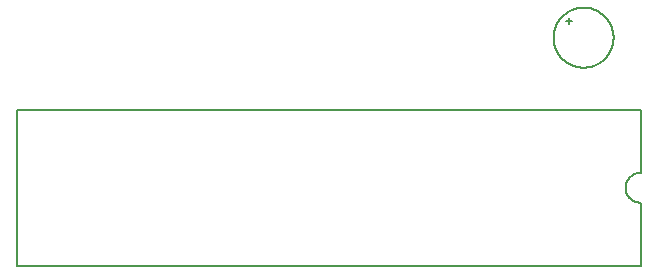
<source format=gbo>
G75*
%MOIN*%
%OFA0B0*%
%FSLAX25Y25*%
%IPPOS*%
%LPD*%
%AMOC8*
5,1,8,0,0,1.08239X$1,22.5*
%
%ADD10C,0.00600*%
D10*
X0072800Y0080800D02*
X0280800Y0080800D01*
X0280800Y0101800D01*
X0280660Y0101802D01*
X0280520Y0101808D01*
X0280380Y0101818D01*
X0280240Y0101831D01*
X0280101Y0101849D01*
X0279962Y0101871D01*
X0279825Y0101896D01*
X0279687Y0101925D01*
X0279551Y0101958D01*
X0279416Y0101995D01*
X0279282Y0102036D01*
X0279149Y0102081D01*
X0279017Y0102129D01*
X0278887Y0102181D01*
X0278758Y0102236D01*
X0278631Y0102295D01*
X0278505Y0102358D01*
X0278381Y0102424D01*
X0278260Y0102493D01*
X0278140Y0102566D01*
X0278022Y0102643D01*
X0277907Y0102722D01*
X0277793Y0102805D01*
X0277683Y0102891D01*
X0277574Y0102980D01*
X0277468Y0103072D01*
X0277365Y0103167D01*
X0277264Y0103264D01*
X0277167Y0103365D01*
X0277072Y0103468D01*
X0276980Y0103574D01*
X0276891Y0103683D01*
X0276805Y0103793D01*
X0276722Y0103907D01*
X0276643Y0104022D01*
X0276566Y0104140D01*
X0276493Y0104260D01*
X0276424Y0104381D01*
X0276358Y0104505D01*
X0276295Y0104631D01*
X0276236Y0104758D01*
X0276181Y0104887D01*
X0276129Y0105017D01*
X0276081Y0105149D01*
X0276036Y0105282D01*
X0275995Y0105416D01*
X0275958Y0105551D01*
X0275925Y0105687D01*
X0275896Y0105825D01*
X0275871Y0105962D01*
X0275849Y0106101D01*
X0275831Y0106240D01*
X0275818Y0106380D01*
X0275808Y0106520D01*
X0275802Y0106660D01*
X0275800Y0106800D01*
X0275802Y0106940D01*
X0275808Y0107080D01*
X0275818Y0107220D01*
X0275831Y0107360D01*
X0275849Y0107499D01*
X0275871Y0107638D01*
X0275896Y0107775D01*
X0275925Y0107913D01*
X0275958Y0108049D01*
X0275995Y0108184D01*
X0276036Y0108318D01*
X0276081Y0108451D01*
X0276129Y0108583D01*
X0276181Y0108713D01*
X0276236Y0108842D01*
X0276295Y0108969D01*
X0276358Y0109095D01*
X0276424Y0109219D01*
X0276493Y0109340D01*
X0276566Y0109460D01*
X0276643Y0109578D01*
X0276722Y0109693D01*
X0276805Y0109807D01*
X0276891Y0109917D01*
X0276980Y0110026D01*
X0277072Y0110132D01*
X0277167Y0110235D01*
X0277264Y0110336D01*
X0277365Y0110433D01*
X0277468Y0110528D01*
X0277574Y0110620D01*
X0277683Y0110709D01*
X0277793Y0110795D01*
X0277907Y0110878D01*
X0278022Y0110957D01*
X0278140Y0111034D01*
X0278260Y0111107D01*
X0278381Y0111176D01*
X0278505Y0111242D01*
X0278631Y0111305D01*
X0278758Y0111364D01*
X0278887Y0111419D01*
X0279017Y0111471D01*
X0279149Y0111519D01*
X0279282Y0111564D01*
X0279416Y0111605D01*
X0279551Y0111642D01*
X0279687Y0111675D01*
X0279825Y0111704D01*
X0279962Y0111729D01*
X0280101Y0111751D01*
X0280240Y0111769D01*
X0280380Y0111782D01*
X0280520Y0111792D01*
X0280660Y0111798D01*
X0280800Y0111800D01*
X0280800Y0132800D01*
X0072800Y0132800D01*
X0072800Y0080800D01*
X0255800Y0162300D02*
X0256800Y0162300D01*
X0256800Y0161300D01*
X0256800Y0162300D02*
X0257800Y0162300D01*
X0256800Y0162300D02*
X0256800Y0163300D01*
X0251800Y0156800D02*
X0251803Y0157045D01*
X0251812Y0157291D01*
X0251827Y0157536D01*
X0251848Y0157780D01*
X0251875Y0158024D01*
X0251908Y0158267D01*
X0251947Y0158510D01*
X0251992Y0158751D01*
X0252043Y0158991D01*
X0252100Y0159230D01*
X0252162Y0159467D01*
X0252231Y0159703D01*
X0252305Y0159937D01*
X0252385Y0160169D01*
X0252470Y0160399D01*
X0252561Y0160627D01*
X0252658Y0160852D01*
X0252760Y0161076D01*
X0252868Y0161296D01*
X0252981Y0161514D01*
X0253099Y0161729D01*
X0253223Y0161941D01*
X0253351Y0162150D01*
X0253485Y0162356D01*
X0253624Y0162558D01*
X0253768Y0162757D01*
X0253917Y0162952D01*
X0254070Y0163144D01*
X0254228Y0163332D01*
X0254390Y0163516D01*
X0254558Y0163695D01*
X0254729Y0163871D01*
X0254905Y0164042D01*
X0255084Y0164210D01*
X0255268Y0164372D01*
X0255456Y0164530D01*
X0255648Y0164683D01*
X0255843Y0164832D01*
X0256042Y0164976D01*
X0256244Y0165115D01*
X0256450Y0165249D01*
X0256659Y0165377D01*
X0256871Y0165501D01*
X0257086Y0165619D01*
X0257304Y0165732D01*
X0257524Y0165840D01*
X0257748Y0165942D01*
X0257973Y0166039D01*
X0258201Y0166130D01*
X0258431Y0166215D01*
X0258663Y0166295D01*
X0258897Y0166369D01*
X0259133Y0166438D01*
X0259370Y0166500D01*
X0259609Y0166557D01*
X0259849Y0166608D01*
X0260090Y0166653D01*
X0260333Y0166692D01*
X0260576Y0166725D01*
X0260820Y0166752D01*
X0261064Y0166773D01*
X0261309Y0166788D01*
X0261555Y0166797D01*
X0261800Y0166800D01*
X0262045Y0166797D01*
X0262291Y0166788D01*
X0262536Y0166773D01*
X0262780Y0166752D01*
X0263024Y0166725D01*
X0263267Y0166692D01*
X0263510Y0166653D01*
X0263751Y0166608D01*
X0263991Y0166557D01*
X0264230Y0166500D01*
X0264467Y0166438D01*
X0264703Y0166369D01*
X0264937Y0166295D01*
X0265169Y0166215D01*
X0265399Y0166130D01*
X0265627Y0166039D01*
X0265852Y0165942D01*
X0266076Y0165840D01*
X0266296Y0165732D01*
X0266514Y0165619D01*
X0266729Y0165501D01*
X0266941Y0165377D01*
X0267150Y0165249D01*
X0267356Y0165115D01*
X0267558Y0164976D01*
X0267757Y0164832D01*
X0267952Y0164683D01*
X0268144Y0164530D01*
X0268332Y0164372D01*
X0268516Y0164210D01*
X0268695Y0164042D01*
X0268871Y0163871D01*
X0269042Y0163695D01*
X0269210Y0163516D01*
X0269372Y0163332D01*
X0269530Y0163144D01*
X0269683Y0162952D01*
X0269832Y0162757D01*
X0269976Y0162558D01*
X0270115Y0162356D01*
X0270249Y0162150D01*
X0270377Y0161941D01*
X0270501Y0161729D01*
X0270619Y0161514D01*
X0270732Y0161296D01*
X0270840Y0161076D01*
X0270942Y0160852D01*
X0271039Y0160627D01*
X0271130Y0160399D01*
X0271215Y0160169D01*
X0271295Y0159937D01*
X0271369Y0159703D01*
X0271438Y0159467D01*
X0271500Y0159230D01*
X0271557Y0158991D01*
X0271608Y0158751D01*
X0271653Y0158510D01*
X0271692Y0158267D01*
X0271725Y0158024D01*
X0271752Y0157780D01*
X0271773Y0157536D01*
X0271788Y0157291D01*
X0271797Y0157045D01*
X0271800Y0156800D01*
X0271797Y0156555D01*
X0271788Y0156309D01*
X0271773Y0156064D01*
X0271752Y0155820D01*
X0271725Y0155576D01*
X0271692Y0155333D01*
X0271653Y0155090D01*
X0271608Y0154849D01*
X0271557Y0154609D01*
X0271500Y0154370D01*
X0271438Y0154133D01*
X0271369Y0153897D01*
X0271295Y0153663D01*
X0271215Y0153431D01*
X0271130Y0153201D01*
X0271039Y0152973D01*
X0270942Y0152748D01*
X0270840Y0152524D01*
X0270732Y0152304D01*
X0270619Y0152086D01*
X0270501Y0151871D01*
X0270377Y0151659D01*
X0270249Y0151450D01*
X0270115Y0151244D01*
X0269976Y0151042D01*
X0269832Y0150843D01*
X0269683Y0150648D01*
X0269530Y0150456D01*
X0269372Y0150268D01*
X0269210Y0150084D01*
X0269042Y0149905D01*
X0268871Y0149729D01*
X0268695Y0149558D01*
X0268516Y0149390D01*
X0268332Y0149228D01*
X0268144Y0149070D01*
X0267952Y0148917D01*
X0267757Y0148768D01*
X0267558Y0148624D01*
X0267356Y0148485D01*
X0267150Y0148351D01*
X0266941Y0148223D01*
X0266729Y0148099D01*
X0266514Y0147981D01*
X0266296Y0147868D01*
X0266076Y0147760D01*
X0265852Y0147658D01*
X0265627Y0147561D01*
X0265399Y0147470D01*
X0265169Y0147385D01*
X0264937Y0147305D01*
X0264703Y0147231D01*
X0264467Y0147162D01*
X0264230Y0147100D01*
X0263991Y0147043D01*
X0263751Y0146992D01*
X0263510Y0146947D01*
X0263267Y0146908D01*
X0263024Y0146875D01*
X0262780Y0146848D01*
X0262536Y0146827D01*
X0262291Y0146812D01*
X0262045Y0146803D01*
X0261800Y0146800D01*
X0261555Y0146803D01*
X0261309Y0146812D01*
X0261064Y0146827D01*
X0260820Y0146848D01*
X0260576Y0146875D01*
X0260333Y0146908D01*
X0260090Y0146947D01*
X0259849Y0146992D01*
X0259609Y0147043D01*
X0259370Y0147100D01*
X0259133Y0147162D01*
X0258897Y0147231D01*
X0258663Y0147305D01*
X0258431Y0147385D01*
X0258201Y0147470D01*
X0257973Y0147561D01*
X0257748Y0147658D01*
X0257524Y0147760D01*
X0257304Y0147868D01*
X0257086Y0147981D01*
X0256871Y0148099D01*
X0256659Y0148223D01*
X0256450Y0148351D01*
X0256244Y0148485D01*
X0256042Y0148624D01*
X0255843Y0148768D01*
X0255648Y0148917D01*
X0255456Y0149070D01*
X0255268Y0149228D01*
X0255084Y0149390D01*
X0254905Y0149558D01*
X0254729Y0149729D01*
X0254558Y0149905D01*
X0254390Y0150084D01*
X0254228Y0150268D01*
X0254070Y0150456D01*
X0253917Y0150648D01*
X0253768Y0150843D01*
X0253624Y0151042D01*
X0253485Y0151244D01*
X0253351Y0151450D01*
X0253223Y0151659D01*
X0253099Y0151871D01*
X0252981Y0152086D01*
X0252868Y0152304D01*
X0252760Y0152524D01*
X0252658Y0152748D01*
X0252561Y0152973D01*
X0252470Y0153201D01*
X0252385Y0153431D01*
X0252305Y0153663D01*
X0252231Y0153897D01*
X0252162Y0154133D01*
X0252100Y0154370D01*
X0252043Y0154609D01*
X0251992Y0154849D01*
X0251947Y0155090D01*
X0251908Y0155333D01*
X0251875Y0155576D01*
X0251848Y0155820D01*
X0251827Y0156064D01*
X0251812Y0156309D01*
X0251803Y0156555D01*
X0251800Y0156800D01*
M02*

</source>
